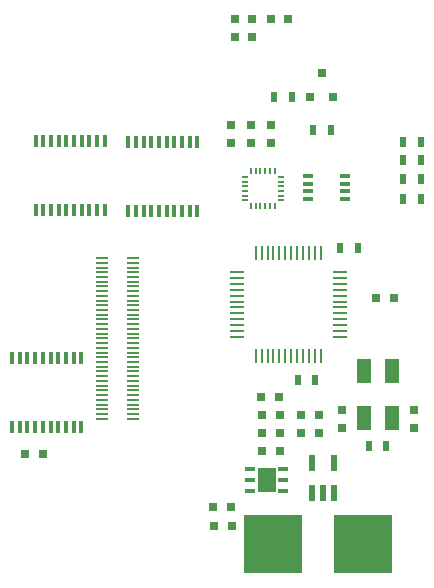
<source format=gbr>
G04 #@! TF.FileFunction,Paste,Top*
%FSLAX46Y46*%
G04 Gerber Fmt 4.6, Leading zero omitted, Abs format (unit mm)*
G04 Created by KiCad (PCBNEW 4.0.0-rc2-stable) date 7/22/2016 8:43:15 PM*
%MOMM*%
G01*
G04 APERTURE LIST*
%ADD10C,0.100000*%
%ADD11R,0.800000X0.750000*%
%ADD12R,0.750000X0.800000*%
%ADD13R,0.797560X0.797560*%
%ADD14R,5.000000X5.000000*%
%ADD15R,0.800100X0.800100*%
%ADD16R,0.500000X0.900000*%
%ADD17R,0.304800X0.990600*%
%ADD18R,1.137920X0.198120*%
%ADD19R,0.812800X0.406400*%
%ADD20R,1.498600X2.006600*%
%ADD21R,0.558800X1.320800*%
%ADD22R,0.600000X0.230000*%
%ADD23R,0.230000X0.600000*%
%ADD24R,0.812800X0.355600*%
%ADD25R,1.300000X0.250000*%
%ADD26R,0.250000X1.300000*%
%ADD27R,1.300000X2.000000*%
G04 APERTURE END LIST*
D10*
D11*
X135125200Y-109714800D03*
X136625200Y-109714800D03*
X155191200Y-109460800D03*
X156691200Y-109460800D03*
X151127200Y-115810800D03*
X152627200Y-115810800D03*
X151091628Y-114237800D03*
X152591628Y-114237800D03*
D12*
X154279200Y-83418800D03*
X154279200Y-81918800D03*
X152579200Y-83418800D03*
X152579200Y-81918800D03*
X155979200Y-81918800D03*
X155979200Y-83418800D03*
D11*
X158493200Y-107936800D03*
X159993200Y-107936800D03*
X158493200Y-106412800D03*
X159993200Y-106412800D03*
X164843200Y-96506800D03*
X166343200Y-96506800D03*
X155155200Y-104952800D03*
X156655200Y-104952800D03*
X155191200Y-107936800D03*
X156691200Y-107936800D03*
X155191200Y-106412800D03*
X156691200Y-106412800D03*
D12*
X168079200Y-107518800D03*
X168079200Y-106018800D03*
X161979200Y-107518800D03*
X161979200Y-106018800D03*
D13*
X154404500Y-72884800D03*
X152905900Y-72884800D03*
X157452500Y-72884800D03*
X155953900Y-72884800D03*
X154404500Y-74408800D03*
X152905900Y-74408800D03*
D14*
X156159200Y-117398800D03*
X163779200Y-117398800D03*
D15*
X159309200Y-79473560D03*
X161209200Y-79473560D03*
X160259200Y-77474580D03*
D16*
X157707200Y-79488800D03*
X156207200Y-79488800D03*
X158229200Y-103468800D03*
X159729200Y-103468800D03*
X167129200Y-86468800D03*
X168629200Y-86468800D03*
X167129200Y-88168800D03*
X168629200Y-88168800D03*
X163329200Y-92268800D03*
X161829200Y-92268800D03*
X161009200Y-82282800D03*
X159509200Y-82282800D03*
X165729200Y-109068800D03*
X164229200Y-109068800D03*
X168629200Y-84822800D03*
X167129200Y-84822800D03*
X167129200Y-83298800D03*
X168629200Y-83298800D03*
D17*
X143887000Y-89163500D03*
X144537000Y-89163500D03*
X145187000Y-89163500D03*
X145837000Y-89163500D03*
X146487000Y-89163500D03*
X147137000Y-89163500D03*
X147787000Y-89163500D03*
X148437000Y-89163500D03*
X148437000Y-83327900D03*
X147787000Y-83327900D03*
X147137000Y-83327900D03*
X146487000Y-83327900D03*
X145837000Y-83327900D03*
X145187000Y-83327900D03*
X144537000Y-83327900D03*
X143887000Y-83327900D03*
X149087000Y-89163500D03*
X149737000Y-89163500D03*
X149087000Y-83327900D03*
X149737000Y-83327900D03*
D18*
X141627860Y-106751120D03*
X144266920Y-106751120D03*
X141627860Y-106349800D03*
X144266920Y-106349800D03*
X141627860Y-105951020D03*
X144266920Y-105951020D03*
X141627860Y-105549700D03*
X144266920Y-105549700D03*
X141627860Y-105150920D03*
X144266920Y-105150920D03*
X141627860Y-104749600D03*
X144266920Y-104749600D03*
X141627860Y-104350820D03*
X144266920Y-104350820D03*
X141627860Y-103949500D03*
X144266920Y-103949500D03*
X141627860Y-103550720D03*
X144266920Y-103550720D03*
X141627860Y-103149400D03*
X144266920Y-103149400D03*
X141627860Y-102750620D03*
X144266920Y-102750620D03*
X141627860Y-102349300D03*
X144266920Y-102349300D03*
X141627860Y-101950520D03*
X144266920Y-101950520D03*
X141627860Y-101549200D03*
X144266920Y-101549200D03*
X141627860Y-101150420D03*
X144266920Y-101150420D03*
X141627860Y-100749100D03*
X144266920Y-100749100D03*
X141627860Y-100350320D03*
X144266920Y-100350320D03*
X141627860Y-99949000D03*
X144266920Y-99949000D03*
X141627860Y-99550220D03*
X144266920Y-99550220D03*
X141627860Y-99148900D03*
X144266920Y-99148900D03*
X141627860Y-98750120D03*
X144266920Y-98750120D03*
X141627860Y-98348800D03*
X144266920Y-98348800D03*
X141627860Y-97950020D03*
X144266920Y-97950020D03*
X141627860Y-97551240D03*
X144266920Y-97551240D03*
X141627860Y-97149920D03*
X144266920Y-97149920D03*
X141627860Y-96751140D03*
X144266920Y-96751140D03*
X141627860Y-96349820D03*
X144266920Y-96349820D03*
X141627860Y-95951040D03*
X144266920Y-95951040D03*
X141627860Y-95549720D03*
X144266920Y-95549720D03*
X141627860Y-95150940D03*
X144266920Y-95150940D03*
X141627860Y-94749620D03*
X144266920Y-94749620D03*
X141627860Y-94350840D03*
X144266920Y-94350840D03*
X141627860Y-93949520D03*
X144266920Y-93949520D03*
X141627860Y-93550740D03*
X144266920Y-93550740D03*
X141627860Y-93149420D03*
X144266920Y-93149420D03*
D19*
X156976200Y-112908600D03*
X156976200Y-111968800D03*
X156976200Y-111029000D03*
X154182200Y-111029000D03*
X154182200Y-111968800D03*
X154182200Y-112908600D03*
D20*
X155604600Y-111943400D03*
D21*
X159439400Y-113038800D03*
X160379200Y-113038800D03*
X161319000Y-113038800D03*
X161319000Y-110498800D03*
X159439400Y-110498800D03*
D22*
X156779200Y-88268800D03*
X156779200Y-87868800D03*
X156779200Y-87468800D03*
X156779200Y-87068800D03*
X156779200Y-86668800D03*
X156779200Y-86268800D03*
D23*
X156279200Y-85768800D03*
X155879200Y-85768800D03*
X155479200Y-85768800D03*
X155079200Y-85768800D03*
X154679200Y-85768800D03*
X154279200Y-85768800D03*
D22*
X153779200Y-86268800D03*
X153779200Y-86668800D03*
X153779200Y-87068800D03*
X153779200Y-87468800D03*
X153779200Y-87868800D03*
X153779200Y-88268800D03*
D23*
X154279200Y-88768800D03*
X154679200Y-88768800D03*
X155079200Y-88768800D03*
X155479200Y-88768800D03*
X155879200Y-88768800D03*
X156279200Y-88768800D03*
D17*
X136054200Y-89086600D03*
X136704200Y-89086600D03*
X137354200Y-89086600D03*
X138004200Y-89086600D03*
X138654200Y-89086600D03*
X139304200Y-89086600D03*
X139954200Y-89086600D03*
X140604200Y-89086600D03*
X140604200Y-83251000D03*
X139954200Y-83251000D03*
X139304200Y-83251000D03*
X138654200Y-83251000D03*
X138004200Y-83251000D03*
X137354200Y-83251000D03*
X136704200Y-83251000D03*
X136054200Y-83251000D03*
X141254200Y-89086600D03*
X141904200Y-89086600D03*
X141254200Y-83251000D03*
X141904200Y-83251000D03*
X134054200Y-107486600D03*
X134704200Y-107486600D03*
X135354200Y-107486600D03*
X136004200Y-107486600D03*
X136654200Y-107486600D03*
X137304200Y-107486600D03*
X137954200Y-107486600D03*
X138604200Y-107486600D03*
X138604200Y-101651000D03*
X137954200Y-101651000D03*
X137304200Y-101651000D03*
X136654200Y-101651000D03*
X136004200Y-101651000D03*
X135354200Y-101651000D03*
X134704200Y-101651000D03*
X134054200Y-101651000D03*
X139254200Y-107486600D03*
X139904200Y-107486600D03*
X139254200Y-101651000D03*
X139904200Y-101651000D03*
D24*
X159129800Y-86178200D03*
X159129800Y-86838600D03*
X159129800Y-87499000D03*
X159129800Y-88159400D03*
X162228600Y-88159400D03*
X162228600Y-87499000D03*
X162228600Y-86838600D03*
X162228600Y-86178200D03*
D25*
X161779200Y-99828800D03*
X161779200Y-99328800D03*
X161779200Y-98828800D03*
X161779200Y-98328800D03*
X161779200Y-97828800D03*
X161779200Y-97328800D03*
X161779200Y-96828800D03*
X161779200Y-96328800D03*
X161779200Y-95828800D03*
X161779200Y-95328800D03*
X161779200Y-94828800D03*
X161779200Y-94328800D03*
D26*
X160179200Y-92728800D03*
X159679200Y-92728800D03*
X159179200Y-92728800D03*
X158679200Y-92728800D03*
X158179200Y-92728800D03*
X157679200Y-92728800D03*
X157179200Y-92728800D03*
X156679200Y-92728800D03*
X156179200Y-92728800D03*
X155679200Y-92728800D03*
X155179200Y-92728800D03*
X154679200Y-92728800D03*
D25*
X153079200Y-94328800D03*
X153079200Y-94828800D03*
X153079200Y-95328800D03*
X153079200Y-95828800D03*
X153079200Y-96328800D03*
X153079200Y-96828800D03*
X153079200Y-97328800D03*
X153079200Y-97828800D03*
X153079200Y-98328800D03*
X153079200Y-98828800D03*
X153079200Y-99328800D03*
X153079200Y-99828800D03*
D26*
X154679200Y-101428800D03*
X155179200Y-101428800D03*
X155679200Y-101428800D03*
X156179200Y-101428800D03*
X156679200Y-101428800D03*
X157179200Y-101428800D03*
X157679200Y-101428800D03*
X158179200Y-101428800D03*
X158679200Y-101428800D03*
X159179200Y-101428800D03*
X159679200Y-101428800D03*
X160179200Y-101428800D03*
D27*
X163849200Y-102698800D03*
X163849200Y-106698800D03*
X166249200Y-106698800D03*
X166249200Y-102698800D03*
M02*

</source>
